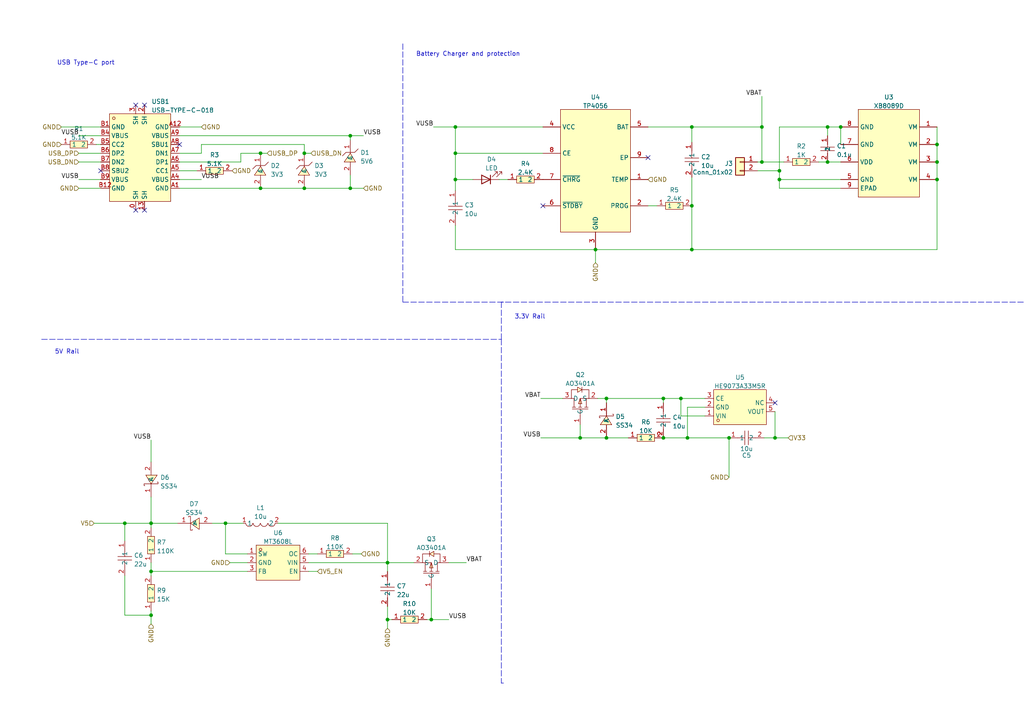
<source format=kicad_sch>
(kicad_sch (version 20211123) (generator eeschema)
  (paper "A4")
  (lib_symbols
    (symbol "Connector_Generic:Conn_01x02" (pin_names (offset 1.016) hide)
      (property "Reference" "J" (at 0 2.54 0))
      (property "Value" "Conn_01x02" (at 0 -5.08 0))
      (symbol "Conn_01x02_1_1"
        (rectangle (start -1.27 -2.413) (end 0 -2.667) (stroke (width 0.1524)))
        (rectangle (start -1.27 0.127) (end 0 -0.127) (stroke (width 0.1524)))
        (rectangle (start -1.27 1.27) (end 1.27 -3.81) (stroke (width 0.254)) (fill (type background)))
        (pin passive line (at -5.08 0 0) (length 3.81) (name "Pin_1") (number "1"))
        (pin passive line (at -5.08 -2.54 0) (length 3.81) (name "Pin_2") (number "2"))
      )
    )
    (symbol "Device:LED" (pin_numbers hide) (pin_names (offset 1.016) hide)
      (property "Reference" "D" (at 0 2.54 0))
      (property "Value" "LED" (at 0 -2.54 0))
      (symbol "LED_0_1"
        (polyline (pts (xy -1.27 -1.27) (xy -1.27 1.27)) (stroke (width 0.254)))
        (polyline (pts (xy -1.27 0) (xy 1.27 0)))
        (polyline (pts (xy 1.27 -1.27) (xy 1.27 1.27) (xy -1.27 0) (xy 1.27 -1.27)) (stroke (width 0.254)))
        (polyline (pts (xy -3.048 -0.762) (xy -4.572 -2.286) (xy -3.81 -2.286) (xy -4.572 -2.286) (xy -4.572 -1.524)))
        (polyline (pts (xy -1.778 -0.762) (xy -3.302 -2.286) (xy -2.54 -2.286) (xy -3.302 -2.286) (xy -3.302 -1.524)))
      )
      (symbol "LED_1_1"
        (pin passive line (at -3.81 0 0) (length 2.54) (name "K") (number "1"))
        (pin passive line (at 3.81 0 180) (length 2.54) (name "A") (number "2"))
      )
    )
    (symbol "easyeda2kicad:0603WAF1001T5E"
      (property "Reference" "R" (at 0 5.08 0))
      (property "Value" "0603WAF1001T5E" (at 0 -5.08 0))
      (symbol "0603WAF1001T5E_0_1"
        (rectangle (start -2.54 1.02) (end 2.54 -1.02) (fill (type background)))
        (pin input line (at -5.08 0 0) (length 2.54) (name "1") (number "1"))
        (pin input line (at 5.08 0 180) (length 2.54) (name "2") (number "2"))
      )
    )
    (symbol "easyeda2kicad:0603WAF1002T5E"
      (property "Reference" "R" (at 0 5.08 0))
      (property "Value" "0603WAF1002T5E" (at 0 -5.08 0))
      (symbol "0603WAF1002T5E_0_1"
        (rectangle (start -2.54 1.02) (end 2.54 -1.02) (fill (type background)))
        (pin input line (at -5.08 0 0) (length 2.54) (name "1") (number "1"))
        (pin input line (at 5.08 0 180) (length 2.54) (name "2") (number "2"))
      )
    )
    (symbol "easyeda2kicad:0603WAF1103T5E"
      (property "Reference" "R" (at 0 5.08 0))
      (property "Value" "0603WAF1103T5E" (at 0 -5.08 0))
      (symbol "0603WAF1103T5E_0_1"
        (rectangle (start -2.54 1.02) (end 2.54 -1.02) (fill (type background)))
        (pin input line (at -5.08 0 0) (length 2.54) (name "1") (number "1"))
        (pin input line (at 5.08 0 180) (length 2.54) (name "2") (number "2"))
      )
    )
    (symbol "easyeda2kicad:0603WAF1502T5E"
      (property "Reference" "R" (at 0 5.08 0))
      (property "Value" "0603WAF1502T5E" (at 0 -5.08 0))
      (symbol "0603WAF1502T5E_0_1"
        (rectangle (start -2.54 1.02) (end 2.54 -1.02) (fill (type background)))
        (pin input line (at -5.08 0 0) (length 2.54) (name "1") (number "1"))
        (pin input line (at 5.08 0 180) (length 2.54) (name "2") (number "2"))
      )
    )
    (symbol "easyeda2kicad:0603WAF2401T5E"
      (property "Reference" "R" (at 0 5.08 0))
      (property "Value" "0603WAF2401T5E" (at 0 -5.08 0))
      (symbol "0603WAF2401T5E_0_1"
        (rectangle (start -2.54 1.02) (end 2.54 -1.02) (fill (type background)))
        (pin input line (at -5.08 0 0) (length 2.54) (name "1") (number "1"))
        (pin input line (at 5.08 0 180) (length 2.54) (name "2") (number "2"))
      )
    )
    (symbol "easyeda2kicad:0603WAF5101T5E"
      (property "Reference" "R" (at 0 5.08 0))
      (property "Value" "0603WAF5101T5E" (at 0 -5.08 0))
      (symbol "0603WAF5101T5E_0_1"
        (rectangle (start -2.54 1.02) (end 2.54 -1.02) (fill (type background)))
        (pin input line (at -5.08 0 0) (length 2.54) (name "1") (number "1"))
        (pin input line (at 5.08 0 180) (length 2.54) (name "2") (number "2"))
      )
    )
    (symbol "easyeda2kicad:AO3401A"
      (property "Reference" "Q" (at 0 10.16 0))
      (property "Value" "AO3401A" (at 0 -10.16 0))
      (symbol "AO3401A_0_1"
        (polyline (pts (xy -2.54 0) (xy -0.51 0)))
        (polyline (pts (xy -0.51 2.29) (xy -0.51 -2.29)))
        (polyline (pts (xy 0 -2.29) (xy 0 -1.27)))
        (polyline (pts (xy 0 -0.51) (xy 0 0.51)))
        (polyline (pts (xy 0 1.27) (xy 0 2.29)))
        (polyline (pts (xy 2.54 -1.78) (xy 0 -1.78)))
        (polyline (pts (xy 2.54 1.78) (xy 0 1.78)))
        (polyline (pts (xy 0 0) (xy 2.54 0) (xy 2.54 -2.54)))
        (polyline (pts (xy 2.54 -2.54) (xy 5.08 -2.54) (xy 5.08 -0.51)))
        (polyline (pts (xy 2.54 0) (xy 1.02 0.51) (xy 1.02 -0.51) (xy 2.54 0)) (fill (type background)))
        (polyline (pts (xy 2.54 1.78) (xy 2.54 2.54) (xy 5.08 2.54) (xy 5.08 0.76)))
        (polyline (pts (xy 5.08 -0.51) (xy 5.84 0.76) (xy 4.32 0.76) (xy 5.08 -0.51)) (fill (type background)))
        (polyline (pts (xy 5.84 -0.51) (xy 5.59 -0.51) (xy 4.57 -0.51) (xy 4.32 -0.51)))
        (pin unspecified line (at -5.08 0 0) (length 2.54) (name "G") (number "1"))
        (pin unspecified line (at 2.54 -5.08 90) (length 2.54) (name "S") (number "2"))
        (pin unspecified line (at 2.54 5.08 270) (length 2.54) (name "D") (number "3"))
      )
    )
    (symbol "easyeda2kicad:CL05B104KO5NNNC"
      (property "Reference" "C" (at 0 5.08 0))
      (property "Value" "CL05B104KO5NNNC" (at 0 -5.08 0))
      (symbol "CL05B104KO5NNNC_0_1"
        (polyline (pts (xy -1.27 0) (xy -0.51 0)))
        (polyline (pts (xy -0.51 2.03) (xy -0.51 -2.03)))
        (polyline (pts (xy 0.51 0) (xy 1.27 0)))
        (polyline (pts (xy 0.51 2.03) (xy 0.51 -2.03)))
        (pin input line (at -3.81 0 0) (length 2.54) (name "1") (number "1"))
        (pin input line (at 3.81 0 180) (length 2.54) (name "2") (number "2"))
      )
    )
    (symbol "easyeda2kicad:CL10A106KP8NNNC"
      (property "Reference" "C" (at 0 5.08 0))
      (property "Value" "CL10A106KP8NNNC" (at 0 -5.08 0))
      (symbol "CL10A106KP8NNNC_0_1"
        (polyline (pts (xy -0.51 -2.03) (xy -0.51 2.03)))
        (polyline (pts (xy -0.51 0) (xy -2.54 0)))
        (polyline (pts (xy 0.51 2.03) (xy 0.51 -2.03)))
        (polyline (pts (xy 2.54 0) (xy 0.51 0)))
        (pin unspecified line (at -5.08 0 0) (length 2.54) (name "1") (number "1"))
        (pin unspecified line (at 5.08 0 180) (length 2.54) (name "2") (number "2"))
      )
    )
    (symbol "easyeda2kicad:CL21A226MAQNNNE"
      (property "Reference" "C" (at 0 5.08 0))
      (property "Value" "CL21A226MAQNNNE" (at 0 -5.08 0))
      (symbol "CL21A226MAQNNNE_0_1"
        (polyline (pts (xy -0.51 -2.03) (xy -0.51 2.03)))
        (polyline (pts (xy -0.51 0) (xy -2.54 0)))
        (polyline (pts (xy 0.51 2.03) (xy 0.51 -2.03)))
        (polyline (pts (xy 2.54 0) (xy 0.51 0)))
        (pin unspecified line (at -5.08 0 0) (length 2.54) (name "1") (number "1"))
        (pin unspecified line (at 5.08 0 180) (length 2.54) (name "2") (number "2"))
      )
    )
    (symbol "easyeda2kicad:CMLW8040S100MST"
      (property "Reference" "L" (at 0 5.08 0))
      (property "Value" "CMLW8040S100MST" (at 0 -5.08 0))
      (symbol "CMLW8040S100MST_0_1"
        (arc (start -4.29 -0.02) (mid -2.52 -0.79) (end -2.27 -0.02))
        (arc (start -2.13 -0.02) (mid -0.36 -0.79) (end -0.11 -0.02))
        (arc (start 0.02 -0.02) (mid 1.79 -0.79) (end 2.04 -0.02))
        (arc (start 2.21 -0.02) (mid 3.3 -1.12) (end 4.23 -0.02))
        (pin unspecified line (at -5.08 0 0) (length 0.762) (name "1") (number "1"))
        (pin unspecified line (at 5.08 0 180) (length 0.762) (name "2") (number "2"))
      )
    )
    (symbol "easyeda2kicad:HE9073A33M5R"
      (property "Reference" "U" (at 0 7.62 0))
      (property "Value" "HE9073A33M5R" (at 0 -7.62 0))
      (symbol "HE9073A33M5R_0_1"
        (rectangle (start -7.62 5.08) (end 7.62 -5.08) (fill (type background)))
        (circle (center -6.35 3.81) (radius 0.38))
        (pin unspecified line (at -10.16 2.54 0) (length 2.54) (name "VIN") (number "1"))
        (pin unspecified line (at -10.16 0 0) (length 2.54) (name "GND") (number "2"))
        (pin unspecified line (at -10.16 -2.54 0) (length 2.54) (name "CE") (number "3"))
        (pin unspecified line (at 10.16 -1.27 180) (length 2.54) (name "NC") (number "4"))
        (pin unspecified line (at 10.16 1.27 180) (length 2.54) (name "VOUT") (number "5"))
      )
    )
    (symbol "easyeda2kicad:MT3608L"
      (property "Reference" "U" (at 0 7.62 0))
      (property "Value" "MT3608L" (at 0 -7.62 0))
      (symbol "MT3608L_0_1"
        (rectangle (start -6.35 5.08) (end 6.35 -5.08) (fill (type background)))
        (circle (center -5.08 3.81) (radius 0.38))
        (pin unspecified line (at -8.89 2.54 0) (length 2.54) (name "SW") (number "1"))
        (pin unspecified line (at -8.89 0 0) (length 2.54) (name "GND") (number "2"))
        (pin unspecified line (at -8.89 -2.54 0) (length 2.54) (name "FB") (number "3"))
        (pin unspecified line (at 8.89 -2.54 180) (length 2.54) (name "EN") (number "4"))
        (pin unspecified line (at 8.89 0 180) (length 2.54) (name "VIN") (number "5"))
        (pin unspecified line (at 8.89 2.54 180) (length 2.54) (name "OC") (number "6"))
      )
    )
    (symbol "easyeda2kicad:SS34_C8678"
      (property "Reference" "D" (at 0 5.08 0))
      (property "Value" "SS34_C8678" (at 0 -5.08 0))
      (symbol "SS34_C8678_0_1"
        (polyline (pts (xy -1.27 0) (xy -1.27 -2.03) (xy -0.76 -2.03) (xy -0.76 -1.78)))
        (polyline (pts (xy -1.27 0) (xy -1.27 2.03) (xy -1.78 2.03) (xy -1.78 1.78)))
        (polyline (pts (xy 1.27 1.52) (xy -1.27 0) (xy 1.27 -1.78) (xy 1.27 1.52)) (fill (type background)))
        (pin unspecified line (at -5.08 0 0) (length 3.81) (name "K") (number "1"))
        (pin unspecified line (at 5.08 0 180) (length 3.81) (name "A") (number "2"))
      )
    )
    (symbol "easyeda2kicad:TP4056"
      (property "Reference" "U" (at 0 20.32 0))
      (property "Value" "TP4056" (at 0 -25.4 0))
      (symbol "TP4056_0_1"
        (rectangle (start -10.16 20.32) (end 10.16 -15.24) (fill (type background)))
        (pin unspecified line (at 15.24 0 180) (length 5.08) (name "TEMP") (number "1"))
        (pin unspecified line (at 15.24 -7.62 180) (length 5.08) (name "PROG") (number "2"))
        (pin unspecified line (at 0 -20.32 90) (length 5.08) (name "GND") (number "3"))
        (pin unspecified line (at -15.24 15.24 0) (length 5.08) (name "VCC") (number "4"))
        (pin unspecified line (at 15.24 15.24 180) (length 5.08) (name "BAT") (number "5"))
        (pin unspecified line (at -15.24 -7.62 0) (length 5.08) (name "~{STDBY}") (number "6"))
        (pin unspecified line (at -15.24 0 0) (length 5.08) (name "~{CHRG}") (number "7"))
        (pin unspecified line (at -15.24 7.62 0) (length 5.08) (name "CE") (number "8"))
        (pin unspecified line (at 15.24 6.35 180) (length 5.08) (name "EP") (number "9"))
      )
    )
    (symbol "easyeda2kicad:USB-TYPE-C-018"
      (property "Reference" "USB" (at 0 20.32 0))
      (property "Value" "USB-TYPE-C-018" (at 0 -20.32 0))
      (symbol "USB-TYPE-C-018_0_1"
        (rectangle (start -8.89 12.7) (end 8.89 -12.7) (fill (type background)))
        (circle (center -7.62 11.43) (radius 0.38))
        (pin unspecified line (at -1.27 -15.24 90) (length 2.54) (name "SH") (number "0"))
        (pin unspecified line (at 1.27 -15.24 90) (length 2.54) (name "SH") (number "13"))
        (pin unspecified line (at 1.27 15.24 270) (length 2.54) (name "SH") (number "2"))
        (pin unspecified line (at -1.27 15.24 270) (length 2.54) (name "SH") (number "3"))
        (pin unspecified line (at 11.43 -8.89 180) (length 2.54) (name "GND") (number "A1"))
        (pin unspecified line (at 11.43 8.89 180) (length 2.54) (name "GND") (number "A12"))
        (pin unspecified line (at 11.43 -6.35 180) (length 2.54) (name "VBUS") (number "A4"))
        (pin unspecified line (at 11.43 -3.81 180) (length 2.54) (name "CC1") (number "A5"))
        (pin unspecified line (at 11.43 -1.27 180) (length 2.54) (name "DP1") (number "A6"))
        (pin unspecified line (at 11.43 1.27 180) (length 2.54) (name "DN1") (number "A7"))
        (pin unspecified line (at 11.43 3.81 180) (length 2.54) (name "SBU1") (number "A8"))
        (pin unspecified line (at 11.43 6.35 180) (length 2.54) (name "VBUS") (number "A9"))
        (pin unspecified line (at -11.43 8.89 0) (length 2.54) (name "GND") (number "B1"))
        (pin unspecified line (at -11.43 -8.89 0) (length 2.54) (name "GND") (number "B12"))
        (pin unspecified line (at -11.43 6.35 0) (length 2.54) (name "VBUS") (number "B4"))
        (pin unspecified line (at -11.43 3.81 0) (length 2.54) (name "CC2") (number "B5"))
        (pin unspecified line (at -11.43 1.27 0) (length 2.54) (name "DP2") (number "B6"))
        (pin unspecified line (at -11.43 -1.27 0) (length 2.54) (name "DN2") (number "B7"))
        (pin unspecified line (at -11.43 -3.81 0) (length 2.54) (name "SBU2") (number "B8"))
        (pin unspecified line (at -11.43 -6.35 0) (length 2.54) (name "VBUS") (number "B9"))
      )
    )
    (symbol "easyeda2kicad:XB8089D"
      (property "Reference" "U" (at 0 12.7 0))
      (property "Value" "XB8089D" (at 0 -15.24 0))
      (symbol "XB8089D_0_1"
        (rectangle (start -8.89 12.7) (end 8.89 -12.7) (fill (type background)))
        (pin unspecified line (at -13.97 7.62 0) (length 5.08) (name "VM") (number "1"))
        (pin unspecified line (at -13.97 2.54 0) (length 5.08) (name "VM") (number "2"))
        (pin unspecified line (at -13.97 -2.54 0) (length 5.08) (name "VM") (number "3"))
        (pin unspecified line (at -13.97 -7.62 0) (length 5.08) (name "VM") (number "4"))
        (pin unspecified line (at 13.97 -7.62 180) (length 5.08) (name "GND") (number "5"))
        (pin unspecified line (at 13.97 -2.54 180) (length 5.08) (name "VDD") (number "6"))
        (pin unspecified line (at 13.97 2.54 180) (length 5.08) (name "GND") (number "7"))
        (pin unspecified line (at 13.97 7.62 180) (length 5.08) (name "GND") (number "8"))
        (pin unspecified line (at 13.97 -10.16 180) (length 5.08) (name "EPAD") (number "9"))
      )
    )
    (symbol "easyeda2kicad:ZMM3V3"
      (property "Reference" "D" (at 0 5.08 0))
      (property "Value" "ZMM3V3" (at 0 -5.08 0))
      (symbol "ZMM3V3_0_1"
        (polyline (pts (xy -2.54 2.29) (xy -1.52 1.27) (xy -1.52 -1.27) (xy -0.51 -2.29)))
        (polyline (pts (xy 1.27 1.52) (xy -1.27 0) (xy 1.27 -1.78) (xy 1.27 1.52)) (fill (type background)))
        (pin unspecified line (at -5.08 0 0) (length 3.81) (name "C") (number "1"))
        (pin unspecified line (at 5.08 0 180) (length 3.81) (name "A") (number "2"))
      )
    )
    (symbol "easyeda2kicad:ZMM5V6"
      (property "Reference" "D" (at 0 5.08 0))
      (property "Value" "ZMM5V6" (at 0 -5.08 0))
      (symbol "ZMM5V6_0_1"
        (polyline (pts (xy -2.54 2.29) (xy -1.52 1.27) (xy -1.52 -1.27) (xy -0.51 -2.29)))
        (polyline (pts (xy 1.27 1.52) (xy -1.27 0) (xy 1.27 -1.78) (xy 1.27 1.52)) (fill (type background)))
        (pin unspecified line (at -5.08 0 0) (length 3.81) (name "C") (number "1"))
        (pin unspecified line (at 5.08 0 180) (length 3.81) (name "A") (number "2"))
      )
    )
  )
  (junction (at 36.195 151.765))
  (junction (at 211.455 127))
  (junction (at 132.08 44.45))
  (junction (at 200.66 72.39))
  (junction (at 226.06 49.53))
  (junction (at 172.72 72.39))
  (junction (at 226.06 52.07))
  (junction (at 112.395 179.705))
  (junction (at 75.565 54.61))
  (junction (at 43.815 165.735))
  (junction (at 43.815 151.765))
  (junction (at 65.405 151.765))
  (junction (at 175.895 127))
  (junction (at 199.39 127))
  (junction (at 43.815 178.435))
  (junction (at 192.405 115.57))
  (junction (at 101.6 54.61))
  (junction (at 88.265 54.61))
  (junction (at 240.03 36.83))
  (junction (at 132.08 36.83))
  (junction (at 200.66 36.83))
  (junction (at 243.84 36.83))
  (junction (at 192.405 127))
  (junction (at 271.78 41.91))
  (junction (at 224.79 127))
  (junction (at 125.095 179.705))
  (junction (at 220.98 46.99))
  (junction (at 271.78 46.99))
  (junction (at 101.6 39.37))
  (junction (at 88.265 44.45))
  (junction (at 240.03 46.99))
  (junction (at 220.98 36.83))
  (junction (at 271.78 52.07))
  (junction (at 112.395 163.195))
  (junction (at 132.08 52.07))
  (junction (at 168.275 127))
  (junction (at 200.66 59.69))
  (junction (at 197.485 115.57))
  (junction (at 75.565 44.45))
  (junction (at 175.895 115.57))
  (no_connect (at 157.48 59.69))
  (no_connect (at 187.96 45.72))
  (no_connect (at 39.37 60.96))
  (no_connect (at 41.91 30.48))
  (no_connect (at 52.07 41.91))
  (no_connect (at 39.37 30.48))
  (no_connect (at 224.79 116.84))
  (no_connect (at 41.91 60.96))
  (no_connect (at 29.21 49.53))
  (polyline (pts (xy 145.415 98.425) (xy 145.415 87.63)))
  (wire (pts (xy 240.03 46.99) (xy 243.84 46.99)))
  (wire (pts (xy 58.42 44.45) (xy 58.42 41.91)))
  (wire (pts (xy 27.305 151.765) (xy 36.195 151.765)))
  (wire (pts (xy 22.86 39.37) (xy 29.21 39.37)))
  (wire (pts (xy 123.825 179.705) (xy 125.095 179.705)))
  (wire (pts (xy 52.07 52.07) (xy 58.42 52.07)))
  (wire (pts (xy 211.455 138.43) (xy 211.455 127)))
  (wire (pts (xy 132.08 44.45) (xy 157.48 44.45)))
  (wire (pts (xy 243.84 36.83) (xy 243.84 41.91)))
  (wire (pts (xy 65.405 151.765) (xy 70.485 151.765)))
  (wire (pts (xy 187.96 59.69) (xy 190.5 59.69)))
  (wire (pts (xy 80.645 151.765) (xy 112.395 151.765)))
  (wire (pts (xy 175.895 115.57) (xy 175.895 116.84)))
  (wire (pts (xy 224.79 127) (xy 228.6 127)))
  (wire (pts (xy 200.66 51.435) (xy 200.66 59.69)))
  (wire (pts (xy 112.395 163.195) (xy 112.395 165.735)))
  (wire (pts (xy 66.675 163.195) (xy 71.755 163.195)))
  (wire (pts (xy 89.535 160.655) (xy 92.075 160.655)))
  (wire (pts (xy 22.86 46.99) (xy 29.21 46.99)))
  (wire (pts (xy 112.395 163.195) (xy 120.015 163.195)))
  (wire (pts (xy 88.265 54.61) (xy 101.6 54.61)))
  (wire (pts (xy 69.85 44.45) (xy 75.565 44.45)))
  (polyline (pts (xy 145.415 198.12) (xy 146.05 198.12)))
  (wire (pts (xy 220.98 27.94) (xy 220.98 36.83)))
  (wire (pts (xy 88.265 41.91) (xy 88.265 44.45)))
  (wire (pts (xy 243.84 36.83) (xy 240.03 36.83)))
  (wire (pts (xy 101.6 39.37) (xy 101.6 40.64)))
  (wire (pts (xy 36.195 151.765) (xy 43.815 151.765)))
  (wire (pts (xy 101.6 54.61) (xy 105.41 54.61)))
  (wire (pts (xy 271.78 36.83) (xy 271.78 41.91)))
  (wire (pts (xy 36.195 151.765) (xy 36.195 156.845)))
  (wire (pts (xy 36.195 167.005) (xy 36.195 178.435)))
  (wire (pts (xy 132.08 36.83) (xy 157.48 36.83)))
  (wire (pts (xy 187.96 36.83) (xy 200.66 36.83)))
  (polyline (pts (xy 116.84 87.63) (xy 300.99 87.63)))
  (wire (pts (xy 52.07 39.37) (xy 101.6 39.37)))
  (wire (pts (xy 197.485 120.65) (xy 197.485 115.57)))
  (wire (pts (xy 27.94 41.91) (xy 29.21 41.91)))
  (wire (pts (xy 17.78 36.83) (xy 29.21 36.83)))
  (wire (pts (xy 172.72 72.39) (xy 200.66 72.39)))
  (wire (pts (xy 101.6 50.8) (xy 101.6 54.61)))
  (wire (pts (xy 192.405 127) (xy 199.39 127)))
  (wire (pts (xy 52.07 46.99) (xy 69.85 46.99)))
  (wire (pts (xy 221.615 127) (xy 224.79 127)))
  (wire (pts (xy 89.535 165.735) (xy 92.075 165.735)))
  (wire (pts (xy 200.66 36.83) (xy 220.98 36.83)))
  (wire (pts (xy 52.07 49.53) (xy 57.15 49.53)))
  (wire (pts (xy 243.84 52.07) (xy 226.06 52.07)))
  (wire (pts (xy 58.42 41.91) (xy 88.265 41.91)))
  (wire (pts (xy 271.78 72.39) (xy 200.66 72.39)))
  (wire (pts (xy 112.395 179.705) (xy 112.395 182.245)))
  (wire (pts (xy 243.84 54.61) (xy 226.06 54.61)))
  (wire (pts (xy 175.895 115.57) (xy 192.405 115.57)))
  (wire (pts (xy 240.03 36.83) (xy 226.06 36.83)))
  (wire (pts (xy 224.79 119.38) (xy 224.79 127)))
  (wire (pts (xy 199.39 127) (xy 211.455 127)))
  (wire (pts (xy 130.175 163.195) (xy 135.255 163.195)))
  (wire (pts (xy 43.815 151.765) (xy 43.815 153.035)))
  (wire (pts (xy 88.265 44.45) (xy 90.17 44.45)))
  (wire (pts (xy 226.06 54.61) (xy 226.06 52.07)))
  (wire (pts (xy 132.08 65.405) (xy 132.08 72.39)))
  (wire (pts (xy 89.535 163.195) (xy 112.395 163.195)))
  (wire (pts (xy 240.03 39.37) (xy 240.03 36.83)))
  (wire (pts (xy 52.07 54.61) (xy 75.565 54.61)))
  (wire (pts (xy 65.405 160.655) (xy 65.405 151.765)))
  (wire (pts (xy 204.47 120.65) (xy 197.485 120.65)))
  (wire (pts (xy 132.08 36.83) (xy 132.08 44.45)))
  (wire (pts (xy 226.06 49.53) (xy 219.71 49.53)))
  (wire (pts (xy 112.395 151.765) (xy 112.395 163.195)))
  (wire (pts (xy 112.395 175.895) (xy 112.395 179.705)))
  (polyline (pts (xy 145.415 87.63) (xy 146.05 87.63)))
  (wire (pts (xy 271.78 41.91) (xy 271.78 46.99)))
  (wire (pts (xy 101.6 39.37) (xy 105.41 39.37)))
  (wire (pts (xy 226.06 49.53) (xy 226.06 52.07)))
  (wire (pts (xy 71.755 165.735) (xy 43.815 165.735)))
  (wire (pts (xy 227.33 46.99) (xy 220.98 46.99)))
  (wire (pts (xy 220.98 46.99) (xy 219.71 46.99)))
  (wire (pts (xy 197.485 115.57) (xy 204.47 115.57)))
  (wire (pts (xy 132.08 44.45) (xy 132.08 52.07)))
  (wire (pts (xy 168.275 127) (xy 175.895 127)))
  (wire (pts (xy 36.195 178.435) (xy 43.815 178.435)))
  (wire (pts (xy 204.47 118.11) (xy 199.39 118.11)))
  (wire (pts (xy 156.845 115.57) (xy 163.195 115.57)))
  (wire (pts (xy 168.275 127) (xy 168.275 123.19)))
  (wire (pts (xy 22.86 54.61) (xy 29.21 54.61)))
  (wire (pts (xy 75.565 54.61) (xy 88.265 54.61)))
  (wire (pts (xy 52.07 36.83) (xy 58.42 36.83)))
  (wire (pts (xy 226.06 36.83) (xy 226.06 49.53)))
  (wire (pts (xy 271.78 46.99) (xy 271.78 52.07)))
  (wire (pts (xy 132.08 52.07) (xy 132.08 55.245)))
  (wire (pts (xy 102.235 160.655) (xy 104.775 160.655)))
  (wire (pts (xy 175.895 127) (xy 182.245 127)))
  (wire (pts (xy 192.405 115.57) (xy 197.485 115.57)))
  (wire (pts (xy 43.815 163.195) (xy 43.815 165.735)))
  (wire (pts (xy 65.405 151.765) (xy 61.595 151.765)))
  (polyline (pts (xy 12.065 98.425) (xy 145.415 98.425)))
  (wire (pts (xy 199.39 118.11) (xy 199.39 127)))
  (wire (pts (xy 43.815 165.735) (xy 43.815 167.005)))
  (wire (pts (xy 75.565 44.45) (xy 77.47 44.45)))
  (polyline (pts (xy 116.84 12.7) (xy 116.84 87.63)))
  (wire (pts (xy 52.07 44.45) (xy 58.42 44.45)))
  (wire (pts (xy 173.355 115.57) (xy 175.895 115.57)))
  (wire (pts (xy 43.815 177.165) (xy 43.815 178.435)))
  (wire (pts (xy 271.78 52.07) (xy 271.78 72.39)))
  (wire (pts (xy 125.73 36.83) (xy 132.08 36.83)))
  (wire (pts (xy 69.85 46.99) (xy 69.85 44.45)))
  (wire (pts (xy 43.815 151.765) (xy 51.435 151.765)))
  (wire (pts (xy 172.72 72.39) (xy 172.72 76.2)))
  (wire (pts (xy 192.405 115.57) (xy 192.405 116.84)))
  (wire (pts (xy 237.49 46.99) (xy 240.03 46.99)))
  (wire (pts (xy 112.395 179.705) (xy 113.665 179.705)))
  (wire (pts (xy 200.66 36.83) (xy 200.66 41.275)))
  (wire (pts (xy 132.08 72.39) (xy 172.72 72.39)))
  (wire (pts (xy 200.66 59.69) (xy 200.66 72.39)))
  (wire (pts (xy 220.98 36.83) (xy 220.98 46.99)))
  (wire (pts (xy 137.16 52.07) (xy 132.08 52.07)))
  (wire (pts (xy 71.755 160.655) (xy 65.405 160.655)))
  (wire (pts (xy 144.78 52.07) (xy 147.32 52.07)))
  (wire (pts (xy 156.845 127) (xy 168.275 127)))
  (wire (pts (xy 125.095 170.815) (xy 125.095 179.705)))
  (wire (pts (xy 22.86 52.07) (xy 29.21 52.07)))
  (polyline (pts (xy 145.415 98.425) (xy 145.415 198.12)))
  (wire (pts (xy 43.815 144.145) (xy 43.815 151.765)))
  (wire (pts (xy 22.86 44.45) (xy 29.21 44.45)))
  (wire (pts (xy 43.815 127.635) (xy 43.815 133.985)))
  (wire (pts (xy 43.815 178.435) (xy 43.815 180.975)))
  (wire (pts (xy 125.095 179.705) (xy 130.175 179.705)))
  (text "3.3V Rail" (at 149.225 92.71 0) (effects (font (size 1.27 1.27)) (justify left bottom)))
  (text "Battery Charger and protection" (at 120.65 16.51 0) (effects (font (size 1.27 1.27)) (justify left bottom)))
  (text "5V Rail" (at 15.875 102.87 0) (effects (font (size 1.27 1.27)) (justify left bottom)))
  (text "USB Type-C port" (at 16.51 19.05 0) (effects (font (size 1.27 1.27)) (justify left bottom)))
  (label "VUSB" (at 43.815 127.635 180))
  (label "VUSB" (at 105.41 39.37 0))
  (label "VBAT" (at 135.255 163.195 0))
  (label "VUSB" (at 125.73 36.83 180))
  (label "VUSB" (at 58.42 52.07 0))
  (label "VUSB" (at 156.845 127 180))
  (label "VBAT" (at 156.845 115.57 180))
  (label "VUSB" (at 22.86 52.07 180))
  (label "VUSB" (at 22.86 39.37 180))
  (label "VUSB" (at 130.175 179.705 0))
  (label "VBAT" (at 220.98 27.94 180))
  (hierarchical_label "USB_DP" (shape input) (at 22.86 44.45 180))
  (hierarchical_label "GND" (shape input) (at 43.815 180.975 270))
  (hierarchical_label "GND" (shape input) (at 187.96 52.07 0))
  (hierarchical_label "GND" (shape input) (at 104.775 160.655 0))
  (hierarchical_label "GND" (shape input) (at 105.41 54.61 0))
  (hierarchical_label "V33" (shape input) (at 228.6 127 0))
  (hierarchical_label "V5" (shape input) (at 27.305 151.765 180))
  (hierarchical_label "GND" (shape input) (at 17.78 41.91 180))
  (hierarchical_label "GND" (shape input) (at 172.72 76.2 270))
  (hierarchical_label "GND" (shape input) (at 66.675 163.195 180))
  (hierarchical_label "GND" (shape input) (at 211.455 138.43 180))
  (hierarchical_label "GND" (shape input) (at 17.78 36.83 180))
  (hierarchical_label "USB_DN" (shape input) (at 90.17 44.45 0))
  (hierarchical_label "USB_DN" (shape input) (at 22.86 46.99 180))
  (hierarchical_label "GND" (shape input) (at 112.395 182.245 270))
  (hierarchical_label "GND" (shape input) (at 58.42 36.83 0))
  (hierarchical_label "USB_DP" (shape input) (at 77.47 44.45 0))
  (hierarchical_label "GND" (shape input) (at 67.31 49.53 0))
  (hierarchical_label "V5_EN" (shape input) (at 92.075 165.735 0))
  (hierarchical_label "GND" (shape input) (at 22.86 54.61 180))
  (symbol (lib_id "easyeda2kicad:SS34_C8678") (at 56.515 151.765 0) (unit 1)
    (property "Reference" "D7" (at 56.26 146.1622 0))
    (property "Value" "SS34" (at 56.26 148.6991 0))
    (property "Footprint" "easyeda2kicad:SMA_L4.3-W2.6-LS5.2-RD" (effects hide))
    (property "Datasheet" "https://lcsc.com/product-detail/Schottky-Barrier-Diodes-SBD_SS34_C8678.html" (effects hide))
    (property "Manufacturer" "MDD" (effects hide))
    (property "LCSC Part" "C8678" (effects hide))
    (property "JLC Part" "Basic Part" (effects hide))
  )
  (symbol (lib_id "easyeda2kicad:0603WAF1103T5E") (at 97.155 160.655 0) (unit 1)
    (property "Reference" "R8" (at 97.155 156.0622 0))
    (property "Value" "110K" (at 97.155 158.5991 0))
    (property "Footprint" "easyeda2kicad:R0603" (effects hide))
    (property "Datasheet" "https://lcsc.com/product-detail/Chip-Resistor-Surface-Mount-UniOhm_110KR-1103-1_C25805.html" (effects hide))
    (property "Manufacturer" "UNI-ROYAL(厚声)" (effects hide))
    (property "LCSC Part" "C25805" (effects hide))
    (property "JLC Part" "Basic Part" (effects hide))
  )
  (symbol (lib_id "easyeda2kicad:MT3608L") (at 80.645 163.195 0) (unit 1)
    (property "Reference" "U6" (at 80.645 154.5422 0))
    (property "Value" "MT3608L" (at 80.645 157.0791 0))
    (property "Footprint" "easyeda2kicad:SOT-23-6_L2.9-W1.7-P0.95-LS2.8-BL" (effects hide))
    (property "Manufacturer" "西安航天民芯" (effects hide))
    (property "LCSC Part" "C2932326" (effects hide))
    (property "JLC Part" "Extended Part" (effects hide))
  )
  (symbol (lib_id "easyeda2kicad:SS34_C8678") (at 175.895 121.92 270) (unit 1)
    (property "Reference" "D5" (at 178.56 120.8303 90) (effects (justify left)))
    (property "Value" "SS34" (at 178.56 123.3672 90) (effects (justify left)))
    (property "Footprint" "easyeda2kicad:SMA_L4.3-W2.6-LS5.2-RD" (effects hide))
    (property "Datasheet" "https://lcsc.com/product-detail/Schottky-Barrier-Diodes-SBD_SS34_C8678.html" (effects hide))
    (property "Manufacturer" "MDD" (effects hide))
    (property "LCSC Part" "C8678" (effects hide))
    (property "JLC Part" "Basic Part" (effects hide))
  )
  (symbol (lib_id "easyeda2kicad:ZMM3V3") (at 75.565 49.53 270) (unit 1)
    (property "Reference" "D2" (at 78.49 48.0603 90) (effects (justify left)))
    (property "Value" "3V3" (at 78.49 50.5972 90) (effects (justify left)))
    (property "Footprint" "easyeda2kicad:LL-34_L3.5-W1.5-RD" (effects hide))
    (property "Datasheet" "https://lcsc.com/product-detail/Zener-Diodes_ZMM3V3_C8056.html" (effects hide))
    (property "Manufacturer" "ST(先科)" (effects hide))
    (property "LCSC Part" "C8056" (effects hide))
    (property "JLC Part" "Basic Part" (effects hide))
  )
  (symbol (lib_id "easyeda2kicad:XB8089D") (at 257.81 44.45 0) (mirror y) (unit 1)
    (property "Reference" "U3" (at 257.81 28.1772 0))
    (property "Value" "XB8089D" (at 257.81 30.7141 0))
    (property "Footprint" "easyeda2kicad:SOIC-8_L5.0-W4.0-P1.27-LS6.0-BL-EP2.0" (effects hide))
    (property "Datasheet" "https://lcsc.com/product-detail/Battery-Protection-ICs_XB8089D_C79928.html" (effects hide))
    (property "Manufacturer" "xysemi(赛芯微)" (effects hide))
    (property "LCSC Part" "C79928" (effects hide))
    (property "JLC Part" "Extended Part" (effects hide))
  )
  (symbol (lib_id "easyeda2kicad:CL10A106KP8NNNC") (at 132.08 60.325 270) (unit 1)
    (property "Reference" "C3" (at 134.745 59.4903 90) (effects (justify left)))
    (property "Value" "10u" (at 134.745 62.0272 90) (effects (justify left)))
    (property "Footprint" "easyeda2kicad:C0603" (effects hide))
    (property "Datasheet" "https://lcsc.com/product-detail/Multilayer-Ceramic-Capacitors-MLCC-SMD-SMT_SAMSUNG_CL10A106KP8NNNC_10uF-106-10-10V_C19702.html" (effects hide))
    (property "Manufacturer" "SAMSUNG(三星)" (effects hide))
    (property "LCSC Part" "C19702" (effects hide))
    (property "JLC Part" "Basic Part" (effects hide))
  )
  (symbol (lib_id "easyeda2kicad:CMLW8040S100MST") (at 75.565 151.765 0) (unit 1)
    (property "Reference" "L1" (at 75.565 147.2875 0))
    (property "Value" "10u" (at 75.565 149.8244 0))
    (property "Footprint" "easyeda2kicad:IND-SMD_L8.0-W8.0" (effects hide))
    (property "Datasheet" "https://lcsc.com/product-detail/Power-Inductors_Cybermax-CMLW8040S100MST_C431375.html" (effects hide))
    (property "Manufacturer" "Cybermax(思博科技)" (effects hide))
    (property "LCSC Part" "C431375" (effects hide))
    (property "JLC Part" "Extended Part" (effects hide))
  )
  (symbol (lib_id "easyeda2kicad:0603WAF1002T5E") (at 118.745 179.705 0) (unit 1)
    (property "Reference" "R10" (at 118.745 175.1122 0))
    (property "Value" "10K" (at 118.745 177.6491 0))
    (property "Footprint" "easyeda2kicad:R0603" (effects hide))
    (property "Datasheet" "https://lcsc.com/product-detail/Chip-Resistor-Surface-Mount-UniOhm_10KR-1002-1_C25804.html" (effects hide))
    (property "Manufacturer" "UNI-ROYAL(厚声)" (effects hide))
    (property "LCSC Part" "C25804" (effects hide))
    (property "JLC Part" "Basic Part" (effects hide))
  )
  (symbol (lib_id "Device:LED") (at 140.97 52.07 180) (unit 1)
    (property "Reference" "D4" (at 142.5575 46.2112 0))
    (property "Value" "LED" (at 142.5575 48.7481 0))
  )
  (symbol (lib_id "easyeda2kicad:0603WAF5101T5E") (at 22.86 41.91 0) (unit 1)
    (property "Reference" "R1" (at 22.86 37.3172 0))
    (property "Value" "5.1K" (at 22.86 39.8541 0))
    (property "Footprint" "easyeda2kicad:R0603" (effects hide))
    (property "Datasheet" "https://lcsc.com/product-detail/Chip-Resistor-Surface-Mount-UniOhm_5-1KR-5101-1_C23186.html" (effects hide))
    (property "Manufacturer" "UNI-ROYAL(厚声)" (effects hide))
    (property "LCSC Part" "C23186" (effects hide))
    (property "JLC Part" "Basic Part" (effects hide))
  )
  (symbol (lib_id "easyeda2kicad:CL21A226MAQNNNE") (at 112.395 170.815 270) (unit 1)
    (property "Reference" "C7" (at 115.06 169.9803 90) (effects (justify left)))
    (property "Value" "22u" (at 115.06 172.5172 90) (effects (justify left)))
    (property "Footprint" "easyeda2kicad:C0805" (effects hide))
    (property "Datasheet" "https://lcsc.com/product-detail/Multilayer-Ceramic-Capacitors-MLCC-SMD-SMT_SAMSUNG_CL21A226MAQNNNE_22uF-226-20-25V_C45783.html" (effects hide))
    (property "Manufacturer" "SAMSUNG(三星)" (effects hide))
    (property "LCSC Part" "C45783" (effects hide))
    (property "JLC Part" "Basic Part" (effects hide))
  )
  (symbol (lib_id "easyeda2kicad:0603WAF2401T5E") (at 195.58 59.69 0) (unit 1)
    (property "Reference" "R5" (at 195.58 55.0972 0))
    (property "Value" "2.4K" (at 195.58 57.6341 0))
    (property "Footprint" "easyeda2kicad:R0603" (effects hide))
    (property "Datasheet" "https://lcsc.com/product-detail/Chip-Resistor-Surface-Mount-UniOhm_2-4KR-2401-1_C22940.html" (effects hide))
    (property "Manufacturer" "UNI-ROYAL(厚声)" (effects hide))
    (property "LCSC Part" "C22940" (effects hide))
    (property "JLC Part" "Basic Part" (effects hide))
  )
  (symbol (lib_id "easyeda2kicad:CL21A226MAQNNNE") (at 36.195 161.925 270) (unit 1)
    (property "Reference" "C6" (at 38.86 161.0903 90) (effects (justify left)))
    (property "Value" "22u" (at 38.86 163.6272 90) (effects (justify left)))
    (property "Footprint" "easyeda2kicad:C0805" (effects hide))
    (property "Datasheet" "https://lcsc.com/product-detail/Multilayer-Ceramic-Capacitors-MLCC-SMD-SMT_SAMSUNG_CL21A226MAQNNNE_22uF-226-20-25V_C45783.html" (effects hide))
    (property "Manufacturer" "SAMSUNG(三星)" (effects hide))
    (property "LCSC Part" "C45783" (effects hide))
    (property "JLC Part" "Basic Part" (effects hide))
  )
  (symbol (lib_id "easyeda2kicad:ZMM3V3") (at 88.265 49.53 270) (unit 1)
    (property "Reference" "D3" (at 91.19 48.0603 90) (effects (justify left)))
    (property "Value" "3V3" (at 91.19 50.5972 90) (effects (justify left)))
    (property "Footprint" "easyeda2kicad:LL-34_L3.5-W1.5-RD" (effects hide))
    (property "Datasheet" "https://lcsc.com/product-detail/Zener-Diodes_ZMM3V3_C8056.html" (effects hide))
    (property "Manufacturer" "ST(先科)" (effects hide))
    (property "LCSC Part" "C8056" (effects hide))
    (property "JLC Part" "Basic Part" (effects hide))
  )
  (symbol (lib_id "easyeda2kicad:AO3401A") (at 125.095 165.735 270) (mirror x) (unit 1)
    (property "Reference" "Q3" (at 125.095 156.3222 90))
    (property "Value" "AO3401A" (at 125.095 158.8591 90))
    (property "Footprint" "easyeda2kicad:SOT-23_L2.9-W1.3-P1.90-LS2.4-BR" (effects hide))
    (property "Datasheet" "https://lcsc.com/product-detail/MOSFET_AOS_AO3401A_AO3401A_C15127.html" (effects hide))
    (property "Manufacturer" "AOS" (effects hide))
    (property "LCSC Part" "C15127" (effects hide))
    (property "JLC Part" "Basic Part" (effects hide))
  )
  (symbol (lib_id "easyeda2kicad:0603WAF1502T5E") (at 43.815 172.085 90) (unit 1)
    (property "Reference" "R9" (at 45.47 171.2503 90) (effects (justify right)))
    (property "Value" "15K" (at 45.47 173.7872 90) (effects (justify right)))
    (property "Footprint" "easyeda2kicad:R0603" (effects hide))
    (property "Datasheet" "https://lcsc.com/product-detail/Chip-Resistor-Surface-Mount-UniOhm_15KR-1502-1_C22809.html" (effects hide))
    (property "Manufacturer" "UNI-ROYAL(厚声)" (effects hide))
    (property "LCSC Part" "C22809" (effects hide))
    (property "JLC Part" "Basic Part" (effects hide))
  )
  (symbol (lib_id "easyeda2kicad:0603WAF1001T5E") (at 232.41 46.99 0) (unit 1)
    (property "Reference" "R2" (at 232.41 42.3972 0))
    (property "Value" "1K" (at 232.41 44.9341 0))
    (property "Footprint" "easyeda2kicad:R0603" (effects hide))
    (property "Datasheet" "https://lcsc.com/product-detail/Chip-Resistor-Surface-Mount-UniOhm_1KR-1001-1_C21190.html" (effects hide))
    (property "Manufacturer" "UNI-ROYAL(厚声)" (effects hide))
    (property "LCSC Part" "C21190" (effects hide))
    (property "JLC Part" "Basic Part" (effects hide))
  )
  (symbol (lib_id "easyeda2kicad:0603WAF1002T5E") (at 187.325 127 0) (unit 1)
    (property "Reference" "R6" (at 187.325 122.4072 0))
    (property "Value" "10K" (at 187.325 124.9441 0))
    (property "Footprint" "easyeda2kicad:R0603" (effects hide))
    (property "Datasheet" "https://lcsc.com/product-detail/Chip-Resistor-Surface-Mount-UniOhm_10KR-1002-1_C25804.html" (effects hide))
    (property "Manufacturer" "UNI-ROYAL(厚声)" (effects hide))
    (property "LCSC Part" "C25804" (effects hide))
    (property "JLC Part" "Basic Part" (effects hide))
  )
  (symbol (lib_id "easyeda2kicad:ZMM5V6") (at 101.6 45.72 270) (unit 1)
    (property "Reference" "D1" (at 104.525 44.2503 90) (effects (justify left)))
    (property "Value" "5V6" (at 104.525 46.7872 90) (effects (justify left)))
    (property "Footprint" "easyeda2kicad:LL-34_L3.5-W1.5-RD" (effects hide))
    (property "Datasheet" "https://lcsc.com/product-detail/Zener-Diodes_ZMM5V6_C8062.html" (effects hide))
    (property "Manufacturer" "ST(先科)" (effects hide))
    (property "LCSC Part" "C8062" (effects hide))
    (property "JLC Part" "Basic Part" (effects hide))
  )
  (symbol (lib_id "easyeda2kicad:USB-TYPE-C-018") (at 40.64 45.72 0) (unit 1)
    (property "Reference" "USB1" (at 43.9294 29.4472 0) (effects (justify left)))
    (property "Value" "USB-TYPE-C-018" (at 43.9294 31.9841 0) (effects (justify left)))
    (property "Footprint" "easyeda2kicad:USB-C_SMD-TYPE-C-31-M-12" (effects hide))
    (property "Manufacturer" "DEALON(德艺隆)" (effects hide))
    (property "LCSC Part" "C2927038" (effects hide))
    (property "JLC Part" "Extended Part" (effects hide))
  )
  (symbol (lib_id "easyeda2kicad:CL10A106KP8NNNC") (at 192.405 121.92 270) (unit 1)
    (property "Reference" "C4" (at 195.07 121.0853 90) (effects (justify left)))
    (property "Value" "10u" (at 195.07 123.6222 90) (effects (justify left)))
    (property "Footprint" "easyeda2kicad:C0603" (effects hide))
    (property "Datasheet" "https://lcsc.com/product-detail/Multilayer-Ceramic-Capacitors-MLCC-SMD-SMT_SAMSUNG_CL10A106KP8NNNC_10uF-106-10-10V_C19702.html" (effects hide))
    (property "Manufacturer" "SAMSUNG(三星)" (effects hide))
    (property "LCSC Part" "C19702" (effects hide))
    (property "JLC Part" "Basic Part" (effects hide))
  )
  (symbol (lib_id "easyeda2kicad:0603WAF5101T5E") (at 62.23 49.53 0) (unit 1)
    (property "Reference" "R3" (at 62.23 44.9372 0))
    (property "Value" "5.1K" (at 62.23 47.4741 0))
    (property "Footprint" "easyeda2kicad:R0603" (effects hide))
    (property "Datasheet" "https://lcsc.com/product-detail/Chip-Resistor-Surface-Mount-UniOhm_5-1KR-5101-1_C23186.html" (effects hide))
    (property "Manufacturer" "UNI-ROYAL(厚声)" (effects hide))
    (property "LCSC Part" "C23186" (effects hide))
    (property "JLC Part" "Basic Part" (effects hide))
  )
  (symbol (lib_id "easyeda2kicad:CL05B104KO5NNNC") (at 240.03 43.18 270) (unit 1)
    (property "Reference" "C1" (at 242.695 42.3453 90) (effects (justify left)))
    (property "Value" "0.1u" (at 242.695 44.8822 90) (effects (justify left)))
    (property "Footprint" "easyeda2kicad:C0402_NEW" (effects hide))
    (property "Datasheet" "https://lcsc.com/product-detail/Multilayer-Ceramic-Capacitors-MLCC-SMD-SMT_SAMSUNG_CL05B104KO5NNNC_100nF-104-10-16V_C1525.html" (effects hide))
    (property "Manufacturer" "SAMSUNG(三星)" (effects hide))
    (property "LCSC Part" "C1525" (effects hide))
    (property "JLC Part" "Basic Part" (effects hide))
  )
  (symbol (lib_id "easyeda2kicad:0603WAF1103T5E") (at 43.815 158.115 90) (unit 1)
    (property "Reference" "R7" (at 45.47 157.2803 90) (effects (justify right)))
    (property "Value" "110K" (at 45.47 159.8172 90) (effects (justify right)))
    (property "Footprint" "easyeda2kicad:R0603" (effects hide))
    (property "Datasheet" "https://lcsc.com/product-detail/Chip-Resistor-Surface-Mount-UniOhm_110KR-1103-1_C25805.html" (effects hide))
    (property "Manufacturer" "UNI-ROYAL(厚声)" (effects hide))
    (property "LCSC Part" "C25805" (effects hide))
    (property "JLC Part" "Basic Part" (effects hide))
  )
  (symbol (lib_id "easyeda2kicad:AO3401A") (at 168.275 118.11 90) (unit 1)
    (property "Reference" "Q2" (at 168.275 108.6972 90))
    (property "Value" "AO3401A" (at 168.275 111.2341 90))
    (property "Footprint" "easyeda2kicad:SOT-23_L2.9-W1.3-P1.90-LS2.4-BR" (effects hide))
    (property "Datasheet" "https://lcsc.com/product-detail/MOSFET_AOS_AO3401A_AO3401A_C15127.html" (effects hide))
    (property "Manufacturer" "AOS" (effects hide))
    (property "LCSC Part" "C15127" (effects hide))
    (property "JLC Part" "Basic Part" (effects hide))
  )
  (symbol (lib_id "Connector_Generic:Conn_01x02") (at 214.63 46.99 0) (mirror y) (unit 1)
    (property "Reference" "J3" (at 212.598 47.4253 0) (effects (justify left)))
    (property "Value" "Conn_01x02" (at 212.598 49.9622 0) (effects (justify left)))
  )
  (symbol (lib_id "easyeda2kicad:0603WAF2401T5E") (at 152.4 52.07 0) (unit 1)
    (property "Reference" "R4" (at 152.4 47.4772 0))
    (property "Value" "2.4K" (at 152.4 50.0141 0))
    (property "Footprint" "easyeda2kicad:R0603" (effects hide))
    (property "Datasheet" "https://lcsc.com/product-detail/Chip-Resistor-Surface-Mount-UniOhm_2-4KR-2401-1_C22940.html" (effects hide))
    (property "Manufacturer" "UNI-ROYAL(厚声)" (effects hide))
    (property "LCSC Part" "C22940" (effects hide))
    (property "JLC Part" "Basic Part" (effects hide))
  )
  (symbol (lib_id "easyeda2kicad:SS34_C8678") (at 43.815 139.065 90) (unit 1)
    (property "Reference" "D6" (at 46.48 138.4853 90) (effects (justify right)))
    (property "Value" "SS34" (at 46.48 141.0222 90) (effects (justify right)))
    (property "Footprint" "easyeda2kicad:SMA_L4.3-W2.6-LS5.2-RD" (effects hide))
    (property "Datasheet" "https://lcsc.com/product-detail/Schottky-Barrier-Diodes-SBD_SS34_C8678.html" (effects hide))
    (property "Manufacturer" "MDD" (effects hide))
    (property "LCSC Part" "C8678" (effects hide))
    (property "JLC Part" "Basic Part" (effects hide))
  )
  (symbol (lib_id "easyeda2kicad:TP4056") (at 172.72 52.07 0) (unit 1)
    (property "Reference" "U4" (at 172.72 28.1772 0))
    (property "Value" "TP4056" (at 172.72 30.7141 0))
    (property "Footprint" "easyeda2kicad:ESOP-8_L4.9-W3.9-P1.27-LS6.0-BL-EP" (effects hide))
    (property "Datasheet" "https://lcsc.com/product-detail/PMIC-Battery-Management_TP4056_C16581.html" (effects hide))
    (property "Manufacturer" "TOPPOWER(南京拓微)" (effects hide))
    (property "LCSC Part" "C16581" (effects hide))
    (property "JLC Part" "Basic Part" (effects hide))
  )
  (symbol (lib_id "easyeda2kicad:CL10A106KP8NNNC") (at 216.535 127 0) (unit 1)
    (property "Reference" "C5" (at 216.535 132.08 0))
    (property "Value" "10u" (at 216.535 130.175 0))
    (property "Footprint" "easyeda2kicad:C0603" (effects hide))
    (property "Datasheet" "https://lcsc.com/product-detail/Multilayer-Ceramic-Capacitors-MLCC-SMD-SMT_SAMSUNG_CL10A106KP8NNNC_10uF-106-10-10V_C19702.html" (effects hide))
    (property "Manufacturer" "SAMSUNG(三星)" (effects hide))
    (property "LCSC Part" "C19702" (effects hide))
    (property "JLC Part" "Basic Part" (effects hide))
  )
  (symbol (lib_id "easyeda2kicad:CL10A106KP8NNNC") (at 200.66 46.355 270) (unit 1)
    (property "Reference" "C2" (at 203.325 45.5203 90) (effects (justify left)))
    (property "Value" "10u" (at 203.325 48.0572 90) (effects (justify left)))
    (property "Footprint" "easyeda2kicad:C0603" (effects hide))
    (property "Datasheet" "https://lcsc.com/product-detail/Multilayer-Ceramic-Capacitors-MLCC-SMD-SMT_SAMSUNG_CL10A106KP8NNNC_10uF-106-10-10V_C19702.html" (effects hide))
    (property "Manufacturer" "SAMSUNG(三星)" (effects hide))
    (property "LCSC Part" "C19702" (effects hide))
    (property "JLC Part" "Basic Part" (effects hide))
  )
  (symbol (lib_id "easyeda2kicad:HE9073A33M5R") (at 214.63 118.11 0) (mirror x) (unit 1)
    (property "Reference" "U5" (at 214.63 109.4572 0))
    (property "Value" "HE9073A33M5R" (at 214.63 111.9941 0))
    (property "Footprint" "easyeda2kicad:SOT-23-5_L3.0-W1.7-P0.95-LS2.8-BL" (effects hide))
    (property "Datasheet" "https://lcsc.com/product-detail/Dropout-Regulators-LDO_HEERMICR-HE9073A33M5R_C723789.html" (effects hide))
    (property "Manufacturer" "HEERMICR(赫尔半导体)" (effects hide))
    (property "LCSC Part" "C723789" (effects hide))
    (property "JLC Part" "Extended Part" (effects hide))
  )
)
</source>
